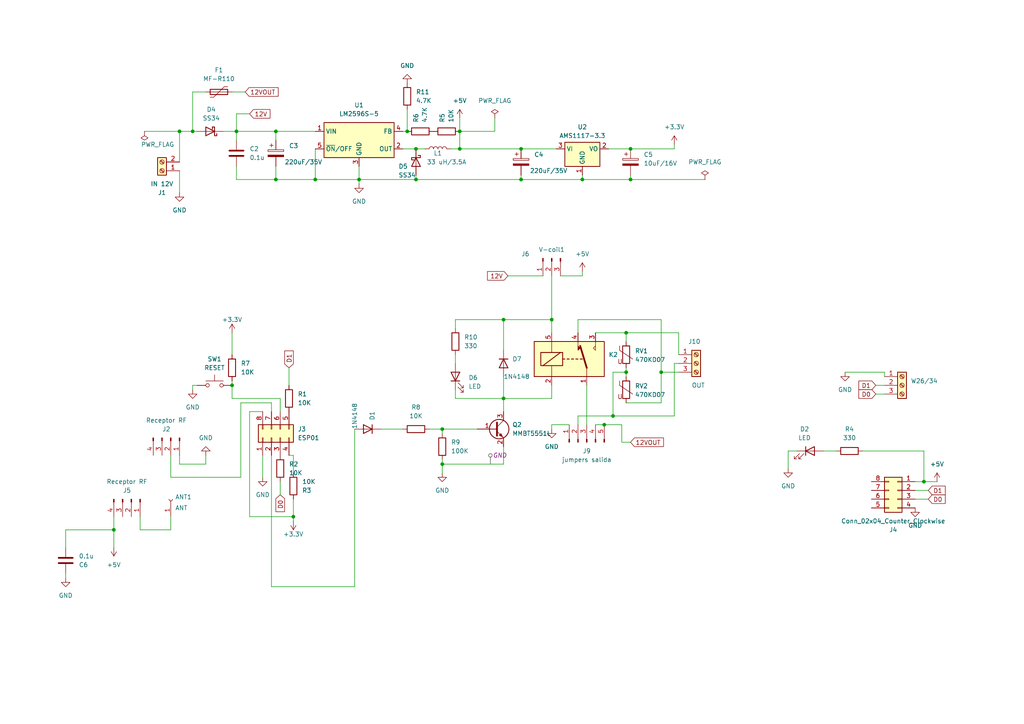
<source format=kicad_sch>
(kicad_sch (version 20230121) (generator eeschema)
  (paper "A4")
  (lib_symbols
    (symbol "Connector:Conn_01x01_Socket" (pin_names (offset 1.016) hide)
      (property "Reference" "J" (at 0 2.54 0))
      (property "Value" "Conn_01x01_Socket" (at 0 -2.54 0))
      (symbol "Conn_01x01_Socket_1_1"
        (polyline (pts (xy -1.27 0) (xy -0.508 0)) (stroke (width 0.1524)))
        (arc (start 0 0.508) (mid -0.5058 0) (end 0 -0.508) (stroke (width 0.1524)))
        (pin passive line (at -5.08 0 0) (length 3.81) (name "Pin_1") (number "1"))
      )
    )
    (symbol "Connector:Conn_01x03_Pin" (pin_names (offset 1.016) hide)
      (property "Reference" "J" (at 0 5.08 0))
      (property "Value" "Conn_01x03_Pin" (at 0 -5.08 0))
      (symbol "Conn_01x03_Pin_1_1"
        (polyline (pts (xy 1.27 -2.54) (xy 0.8636 -2.54)) (stroke (width 0.1524)))
        (polyline (pts (xy 1.27 0) (xy 0.8636 0)) (stroke (width 0.1524)))
        (polyline (pts (xy 1.27 2.54) (xy 0.8636 2.54)) (stroke (width 0.1524)))
        (rectangle (start 0.8636 -2.413) (end 0 -2.667) (stroke (width 0.1524)) (fill (type outline)))
        (rectangle (start 0.8636 0.127) (end 0 -0.127) (stroke (width 0.1524)) (fill (type outline)))
        (rectangle (start 0.8636 2.667) (end 0 2.413) (stroke (width 0.1524)) (fill (type outline)))
        (pin passive line (at 5.08 2.54 180) (length 3.81) (name "Pin_1") (number "1"))
        (pin passive line (at 5.08 0 180) (length 3.81) (name "Pin_2") (number "2"))
        (pin passive line (at 5.08 -2.54 180) (length 3.81) (name "Pin_3") (number "3"))
      )
    )
    (symbol "Connector:Conn_01x04_Pin" (pin_names (offset 1.016) hide)
      (property "Reference" "J" (at 0 5.08 0))
      (property "Value" "Conn_01x04_Pin" (at 0 -7.62 0))
      (symbol "Conn_01x04_Pin_1_1"
        (polyline (pts (xy 1.27 -5.08) (xy 0.8636 -5.08)) (stroke (width 0.1524)))
        (polyline (pts (xy 1.27 -2.54) (xy 0.8636 -2.54)) (stroke (width 0.1524)))
        (polyline (pts (xy 1.27 0) (xy 0.8636 0)) (stroke (width 0.1524)))
        (polyline (pts (xy 1.27 2.54) (xy 0.8636 2.54)) (stroke (width 0.1524)))
        (rectangle (start 0.8636 -4.953) (end 0 -5.207) (stroke (width 0.1524)) (fill (type outline)))
        (rectangle (start 0.8636 -2.413) (end 0 -2.667) (stroke (width 0.1524)) (fill (type outline)))
        (rectangle (start 0.8636 0.127) (end 0 -0.127) (stroke (width 0.1524)) (fill (type outline)))
        (rectangle (start 0.8636 2.667) (end 0 2.413) (stroke (width 0.1524)) (fill (type outline)))
        (pin passive line (at 5.08 2.54 180) (length 3.81) (name "Pin_1") (number "1"))
        (pin passive line (at 5.08 0 180) (length 3.81) (name "Pin_2") (number "2"))
        (pin passive line (at 5.08 -2.54 180) (length 3.81) (name "Pin_3") (number "3"))
        (pin passive line (at 5.08 -5.08 180) (length 3.81) (name "Pin_4") (number "4"))
      )
    )
    (symbol "Connector:Conn_01x05_Pin" (pin_names (offset 1.016) hide)
      (property "Reference" "J" (at 0 7.62 0))
      (property "Value" "Conn_01x05_Pin" (at 0 -7.62 0))
      (symbol "Conn_01x05_Pin_1_1"
        (polyline (pts (xy 1.27 -5.08) (xy 0.8636 -5.08)) (stroke (width 0.1524)))
        (polyline (pts (xy 1.27 -2.54) (xy 0.8636 -2.54)) (stroke (width 0.1524)))
        (polyline (pts (xy 1.27 0) (xy 0.8636 0)) (stroke (width 0.1524)))
        (polyline (pts (xy 1.27 2.54) (xy 0.8636 2.54)) (stroke (width 0.1524)))
        (polyline (pts (xy 1.27 5.08) (xy 0.8636 5.08)) (stroke (width 0.1524)))
        (rectangle (start 0.8636 -4.953) (end 0 -5.207) (stroke (width 0.1524)) (fill (type outline)))
        (rectangle (start 0.8636 -2.413) (end 0 -2.667) (stroke (width 0.1524)) (fill (type outline)))
        (rectangle (start 0.8636 0.127) (end 0 -0.127) (stroke (width 0.1524)) (fill (type outline)))
        (rectangle (start 0.8636 2.667) (end 0 2.413) (stroke (width 0.1524)) (fill (type outline)))
        (rectangle (start 0.8636 5.207) (end 0 4.953) (stroke (width 0.1524)) (fill (type outline)))
        (pin passive line (at 5.08 5.08 180) (length 3.81) (name "Pin_1") (number "1"))
        (pin passive line (at 5.08 2.54 180) (length 3.81) (name "Pin_2") (number "2"))
        (pin passive line (at 5.08 0 180) (length 3.81) (name "Pin_3") (number "3"))
        (pin passive line (at 5.08 -2.54 180) (length 3.81) (name "Pin_4") (number "4"))
        (pin passive line (at 5.08 -5.08 180) (length 3.81) (name "Pin_5") (number "5"))
      )
    )
    (symbol "Connector:Screw_Terminal_01x02" (pin_names (offset 1.016) hide)
      (property "Reference" "J" (at 0 2.54 0))
      (property "Value" "Screw_Terminal_01x02" (at 0 -5.08 0))
      (symbol "Screw_Terminal_01x02_1_1"
        (rectangle (start -1.27 1.27) (end 1.27 -3.81) (stroke (width 0.254)) (fill (type background)))
        (circle (center 0 -2.54) (radius 0.635) (stroke (width 0.1524)))
        (polyline (pts (xy -0.5334 -2.2098) (xy 0.3302 -3.048)) (stroke (width 0.1524)))
        (polyline (pts (xy -0.5334 0.3302) (xy 0.3302 -0.508)) (stroke (width 0.1524)))
        (polyline (pts (xy -0.3556 -2.032) (xy 0.508 -2.8702)) (stroke (width 0.1524)))
        (polyline (pts (xy -0.3556 0.508) (xy 0.508 -0.3302)) (stroke (width 0.1524)))
        (circle (center 0 0) (radius 0.635) (stroke (width 0.1524)))
        (pin passive line (at -5.08 0 0) (length 3.81) (name "Pin_1") (number "1"))
        (pin passive line (at -5.08 -2.54 0) (length 3.81) (name "Pin_2") (number "2"))
      )
    )
    (symbol "Connector:Screw_Terminal_01x03" (pin_names (offset 1.016) hide)
      (property "Reference" "J" (at 0 5.08 0))
      (property "Value" "Screw_Terminal_01x03" (at 0 -5.08 0))
      (symbol "Screw_Terminal_01x03_1_1"
        (rectangle (start -1.27 3.81) (end 1.27 -3.81) (stroke (width 0.254)) (fill (type background)))
        (circle (center 0 -2.54) (radius 0.635) (stroke (width 0.1524)))
        (polyline (pts (xy -0.5334 -2.2098) (xy 0.3302 -3.048)) (stroke (width 0.1524)))
        (polyline (pts (xy -0.5334 0.3302) (xy 0.3302 -0.508)) (stroke (width 0.1524)))
        (polyline (pts (xy -0.5334 2.8702) (xy 0.3302 2.032)) (stroke (width 0.1524)))
        (polyline (pts (xy -0.3556 -2.032) (xy 0.508 -2.8702)) (stroke (width 0.1524)))
        (polyline (pts (xy -0.3556 0.508) (xy 0.508 -0.3302)) (stroke (width 0.1524)))
        (polyline (pts (xy -0.3556 3.048) (xy 0.508 2.2098)) (stroke (width 0.1524)))
        (circle (center 0 0) (radius 0.635) (stroke (width 0.1524)))
        (circle (center 0 2.54) (radius 0.635) (stroke (width 0.1524)))
        (pin passive line (at -5.08 2.54 0) (length 3.81) (name "Pin_1") (number "1"))
        (pin passive line (at -5.08 0 0) (length 3.81) (name "Pin_2") (number "2"))
        (pin passive line (at -5.08 -2.54 0) (length 3.81) (name "Pin_3") (number "3"))
      )
    )
    (symbol "Connector_Generic:Conn_02x04_Counter_Clockwise" (pin_names (offset 1.016) hide)
      (property "Reference" "J" (at 1.27 5.08 0))
      (property "Value" "Conn_02x04_Counter_Clockwise" (at 1.27 -7.62 0))
      (symbol "Conn_02x04_Counter_Clockwise_1_1"
        (rectangle (start -1.27 -4.953) (end 0 -5.207) (stroke (width 0.1524)))
        (rectangle (start -1.27 -2.413) (end 0 -2.667) (stroke (width 0.1524)))
        (rectangle (start -1.27 0.127) (end 0 -0.127) (stroke (width 0.1524)))
        (rectangle (start -1.27 2.667) (end 0 2.413) (stroke (width 0.1524)))
        (rectangle (start -1.27 3.81) (end 3.81 -6.35) (stroke (width 0.254)) (fill (type background)))
        (rectangle (start 3.81 -4.953) (end 2.54 -5.207) (stroke (width 0.1524)))
        (rectangle (start 3.81 -2.413) (end 2.54 -2.667) (stroke (width 0.1524)))
        (rectangle (start 3.81 0.127) (end 2.54 -0.127) (stroke (width 0.1524)))
        (rectangle (start 3.81 2.667) (end 2.54 2.413) (stroke (width 0.1524)))
        (pin passive line (at -5.08 2.54 0) (length 3.81) (name "Pin_1") (number "1"))
        (pin passive line (at -5.08 0 0) (length 3.81) (name "Pin_2") (number "2"))
        (pin passive line (at -5.08 -2.54 0) (length 3.81) (name "Pin_3") (number "3"))
        (pin passive line (at -5.08 -5.08 0) (length 3.81) (name "Pin_4") (number "4"))
        (pin passive line (at 7.62 -5.08 180) (length 3.81) (name "Pin_5") (number "5"))
        (pin passive line (at 7.62 -2.54 180) (length 3.81) (name "Pin_6") (number "6"))
        (pin passive line (at 7.62 0 180) (length 3.81) (name "Pin_7") (number "7"))
        (pin passive line (at 7.62 2.54 180) (length 3.81) (name "Pin_8") (number "8"))
      )
    )
    (symbol "Device:C" (pin_numbers hide) (pin_names (offset 0.254))
      (property "Reference" "C" (at 0.635 2.54 0))
      (property "Value" "C" (at 0.635 -2.54 0))
      (symbol "C_0_1"
        (polyline (pts (xy -2.032 -0.762) (xy 2.032 -0.762)) (stroke (width 0.508)))
        (polyline (pts (xy -2.032 0.762) (xy 2.032 0.762)) (stroke (width 0.508)))
      )
      (symbol "C_1_1"
        (pin passive line (at 0 3.81 270) (length 2.794) (name "~") (number "1"))
        (pin passive line (at 0 -3.81 90) (length 2.794) (name "~") (number "2"))
      )
    )
    (symbol "Device:C_Polarized" (pin_numbers hide) (pin_names (offset 0.254))
      (property "Reference" "C" (at 0.635 2.54 0))
      (property "Value" "C_Polarized" (at 0.635 -2.54 0))
      (symbol "C_Polarized_0_1"
        (rectangle (start -2.286 0.508) (end 2.286 1.016))
        (polyline (pts (xy -1.778 2.286) (xy -0.762 2.286)))
        (polyline (pts (xy -1.27 2.794) (xy -1.27 1.778)))
        (rectangle (start 2.286 -0.508) (end -2.286 -1.016) (fill (type outline)))
      )
      (symbol "C_Polarized_1_1"
        (pin passive line (at 0 3.81 270) (length 2.794) (name "~") (number "1"))
        (pin passive line (at 0 -3.81 90) (length 2.794) (name "~") (number "2"))
      )
    )
    (symbol "Device:D_Schottky" (pin_numbers hide) (pin_names (offset 1.016) hide)
      (property "Reference" "D" (at 0 2.54 0))
      (property "Value" "D_Schottky" (at 0 -2.54 0))
      (symbol "D_Schottky_0_1"
        (polyline (pts (xy 1.27 0) (xy -1.27 0)))
        (polyline (pts (xy 1.27 1.27) (xy 1.27 -1.27) (xy -1.27 0) (xy 1.27 1.27)) (stroke (width 0.254)))
        (polyline (pts (xy -1.905 0.635) (xy -1.905 1.27) (xy -1.27 1.27) (xy -1.27 -1.27) (xy -0.635 -1.27) (xy -0.635 -0.635)) (stroke (width 0.254)))
      )
      (symbol "D_Schottky_1_1"
        (pin passive line (at -3.81 0 0) (length 2.54) (name "K") (number "1"))
        (pin passive line (at 3.81 0 180) (length 2.54) (name "A") (number "2"))
      )
    )
    (symbol "Device:L" (pin_numbers hide) (pin_names (offset 1.016) hide)
      (property "Reference" "L" (at -1.27 0 90))
      (property "Value" "L" (at 1.905 0 90))
      (symbol "L_0_1"
        (arc (start 0 -2.54) (mid 0.6323 -1.905) (end 0 -1.27))
        (arc (start 0 -1.27) (mid 0.6323 -0.635) (end 0 0))
        (arc (start 0 0) (mid 0.6323 0.635) (end 0 1.27))
        (arc (start 0 1.27) (mid 0.6323 1.905) (end 0 2.54))
      )
      (symbol "L_1_1"
        (pin passive line (at 0 3.81 270) (length 1.27) (name "1") (number "1"))
        (pin passive line (at 0 -3.81 90) (length 1.27) (name "2") (number "2"))
      )
    )
    (symbol "Device:LED" (pin_numbers hide) (pin_names (offset 1.016) hide)
      (property "Reference" "D" (at 0 2.54 0))
      (property "Value" "LED" (at 0 -2.54 0))
      (symbol "LED_0_1"
        (polyline (pts (xy -1.27 -1.27) (xy -1.27 1.27)) (stroke (width 0.254)))
        (polyline (pts (xy -1.27 0) (xy 1.27 0)))
        (polyline (pts (xy 1.27 -1.27) (xy 1.27 1.27) (xy -1.27 0) (xy 1.27 -1.27)) (stroke (width 0.254)))
        (polyline (pts (xy -3.048 -0.762) (xy -4.572 -2.286) (xy -3.81 -2.286) (xy -4.572 -2.286) (xy -4.572 -1.524)))
        (polyline (pts (xy -1.778 -0.762) (xy -3.302 -2.286) (xy -2.54 -2.286) (xy -3.302 -2.286) (xy -3.302 -1.524)))
      )
      (symbol "LED_1_1"
        (pin passive line (at -3.81 0 0) (length 2.54) (name "K") (number "1"))
        (pin passive line (at 3.81 0 180) (length 2.54) (name "A") (number "2"))
      )
    )
    (symbol "Device:Polyfuse" (pin_numbers hide) (pin_names (offset 0))
      (property "Reference" "F" (at -2.54 0 90))
      (property "Value" "Polyfuse" (at 2.54 0 90))
      (symbol "Polyfuse_0_1"
        (rectangle (start -0.762 2.54) (end 0.762 -2.54) (stroke (width 0.254)))
        (polyline (pts (xy 0 2.54) (xy 0 -2.54)))
        (polyline (pts (xy -1.524 2.54) (xy -1.524 1.524) (xy 1.524 -1.524) (xy 1.524 -2.54)))
      )
      (symbol "Polyfuse_1_1"
        (pin passive line (at 0 3.81 270) (length 1.27) (name "~") (number "1"))
        (pin passive line (at 0 -3.81 90) (length 1.27) (name "~") (number "2"))
      )
    )
    (symbol "Device:R" (pin_numbers hide) (pin_names (offset 0))
      (property "Reference" "R" (at 2.032 0 90))
      (property "Value" "R" (at 0 0 90))
      (symbol "R_0_1"
        (rectangle (start -1.016 -2.54) (end 1.016 2.54) (stroke (width 0.254)))
      )
      (symbol "R_1_1"
        (pin passive line (at 0 3.81 270) (length 1.27) (name "~") (number "1"))
        (pin passive line (at 0 -3.81 90) (length 1.27) (name "~") (number "2"))
      )
    )
    (symbol "Device:Varistor" (pin_numbers hide) (pin_names (offset 0))
      (property "Reference" "RV" (at 3.175 0 90))
      (property "Value" "Varistor" (at -3.175 0 90))
      (symbol "Varistor_0_0"
        (text "U" (at -1.778 -2.032 0) (effects (font (size 1.27 1.27))))
      )
      (symbol "Varistor_0_1"
        (rectangle (start -1.016 -2.54) (end 1.016 2.54) (stroke (width 0.254)))
        (polyline (pts (xy -1.905 2.54) (xy -1.905 1.27) (xy 1.905 -1.27)))
      )
      (symbol "Varistor_1_1"
        (pin passive line (at 0 3.81 270) (length 1.27) (name "~") (number "1"))
        (pin passive line (at 0 -3.81 90) (length 1.27) (name "~") (number "2"))
      )
    )
    (symbol "Diode:1N4148" (pin_numbers hide) (pin_names hide)
      (property "Reference" "D" (at 0 2.54 0))
      (property "Value" "1N4148" (at 0 -2.54 0))
      (symbol "1N4148_0_1"
        (polyline (pts (xy -1.27 1.27) (xy -1.27 -1.27)) (stroke (width 0.254)))
        (polyline (pts (xy 1.27 0) (xy -1.27 0)))
        (polyline (pts (xy 1.27 1.27) (xy 1.27 -1.27) (xy -1.27 0) (xy 1.27 1.27)) (stroke (width 0.254)))
      )
      (symbol "1N4148_1_1"
        (pin passive line (at -3.81 0 0) (length 2.54) (name "K") (number "1"))
        (pin passive line (at 3.81 0 180) (length 2.54) (name "A") (number "2"))
      )
    )
    (symbol "Regulator_Linear:AMS1117-3.3"
      (property "Reference" "U" (at -3.81 3.175 0))
      (property "Value" "AMS1117-3.3" (at 0 3.175 0))
      (symbol "AMS1117-3.3_0_1"
        (rectangle (start -5.08 -5.08) (end 5.08 1.905) (stroke (width 0.254)) (fill (type background)))
      )
      (symbol "AMS1117-3.3_1_1"
        (pin power_in line (at 0 -7.62 90) (length 2.54) (name "GND") (number "1"))
        (pin power_out line (at 7.62 0 180) (length 2.54) (name "VO") (number "2"))
        (pin power_in line (at -7.62 0 0) (length 2.54) (name "VI") (number "3"))
      )
    )
    (symbol "Regulator_Switching:LM2596S-5"
      (property "Reference" "U" (at -10.16 6.35 0))
      (property "Value" "LM2596S-5" (at 0 6.35 0))
      (symbol "LM2596S-5_0_1"
        (rectangle (start -10.16 5.08) (end 10.16 -5.08) (stroke (width 0.254)) (fill (type background)))
      )
      (symbol "LM2596S-5_1_1"
        (pin power_in line (at -12.7 2.54 0) (length 2.54) (name "VIN") (number "1"))
        (pin output line (at 12.7 -2.54 180) (length 2.54) (name "OUT") (number "2"))
        (pin power_in line (at 0 -7.62 90) (length 2.54) (name "GND") (number "3"))
        (pin input line (at 12.7 2.54 180) (length 2.54) (name "FB") (number "4"))
        (pin input line (at -12.7 -2.54 0) (length 2.54) (name "~{ON}/OFF") (number "5"))
      )
    )
    (symbol "Relay:SANYOU_SRD_Form_C"
      (property "Reference" "K" (at 11.43 3.81 0))
      (property "Value" "SANYOU_SRD_Form_C" (at 11.43 1.27 0))
      (symbol "SANYOU_SRD_Form_C_0_0"
        (polyline (pts (xy 7.62 5.08) (xy 7.62 2.54) (xy 6.985 3.175) (xy 7.62 3.81)))
      )
      (symbol "SANYOU_SRD_Form_C_0_1"
        (rectangle (start -10.16 5.08) (end 10.16 -5.08) (stroke (width 0.254)) (fill (type background)))
        (rectangle (start -8.255 1.905) (end -1.905 -1.905) (stroke (width 0.254)))
        (polyline (pts (xy -7.62 -1.905) (xy -2.54 1.905)) (stroke (width 0.254)))
        (polyline (pts (xy -5.08 -5.08) (xy -5.08 -1.905)))
        (polyline (pts (xy -5.08 5.08) (xy -5.08 1.905)))
        (polyline (pts (xy -1.905 0) (xy -1.27 0)) (stroke (width 0.254)))
        (polyline (pts (xy -0.635 0) (xy 0 0)) (stroke (width 0.254)))
        (polyline (pts (xy 0.635 0) (xy 1.27 0)) (stroke (width 0.254)))
        (polyline (pts (xy 1.905 0) (xy 2.54 0)) (stroke (width 0.254)))
        (polyline (pts (xy 3.175 0) (xy 3.81 0)) (stroke (width 0.254)))
        (polyline (pts (xy 5.08 -2.54) (xy 3.175 3.81)) (stroke (width 0.508)))
        (polyline (pts (xy 5.08 -2.54) (xy 5.08 -5.08)))
      )
      (symbol "SANYOU_SRD_Form_C_1_1"
        (polyline (pts (xy 2.54 3.81) (xy 3.175 3.175) (xy 2.54 2.54) (xy 2.54 5.08)) (fill (type outline)))
        (pin passive line (at 5.08 -7.62 90) (length 2.54) (name "~") (number "1"))
        (pin passive line (at -5.08 -7.62 90) (length 2.54) (name "~") (number "2"))
        (pin passive line (at 7.62 7.62 270) (length 2.54) (name "~") (number "3"))
        (pin passive line (at 2.54 7.62 270) (length 2.54) (name "~") (number "4"))
        (pin passive line (at -5.08 7.62 270) (length 2.54) (name "~") (number "5"))
      )
    )
    (symbol "Switch:SW_Omron_B3FS" (pin_numbers hide) (pin_names (offset 1.016) hide)
      (property "Reference" "SW" (at 1.27 2.54 0))
      (property "Value" "SW_Omron_B3FS" (at 0 -1.524 0))
      (symbol "SW_Omron_B3FS_0_1"
        (circle (center -2.032 0) (radius 0.508))
        (polyline (pts (xy 0 1.27) (xy 0 3.048)))
        (polyline (pts (xy 2.54 1.27) (xy -2.54 1.27)))
        (circle (center 2.032 0) (radius 0.508))
        (pin passive line (at -5.08 0 0) (length 2.54) (name "1") (number "1"))
        (pin passive line (at 5.08 0 180) (length 2.54) (name "2") (number "2"))
      )
    )
    (symbol "Transistor_BJT:MMBT5551L" (pin_names (offset 0) hide)
      (property "Reference" "Q" (at 5.08 1.905 0))
      (property "Value" "MMBT5551L" (at 5.08 0 0))
      (symbol "MMBT5551L_0_1"
        (polyline (pts (xy 0.635 0.635) (xy 2.54 2.54)))
        (polyline (pts (xy 0.635 -0.635) (xy 2.54 -2.54) (xy 2.54 -2.54)))
        (polyline (pts (xy 0.635 1.905) (xy 0.635 -1.905) (xy 0.635 -1.905)) (stroke (width 0.508)))
        (polyline (pts (xy 1.27 -1.778) (xy 1.778 -1.27) (xy 2.286 -2.286) (xy 1.27 -1.778) (xy 1.27 -1.778)) (fill (type outline)))
        (circle (center 1.27 0) (radius 2.8194) (stroke (width 0.254)))
      )
      (symbol "MMBT5551L_1_1"
        (pin input line (at -5.08 0 0) (length 5.715) (name "B") (number "1"))
        (pin passive line (at 2.54 -5.08 90) (length 2.54) (name "E") (number "2"))
        (pin passive line (at 2.54 5.08 270) (length 2.54) (name "C") (number "3"))
      )
    )
    (symbol "power:+3.3V" (power) (pin_names (offset 0))
      (property "Value" "+3.3V" (at 0 3.556 0))
      (symbol "+3.3V_0_1"
        (polyline (pts (xy -0.762 1.27) (xy 0 2.54)))
        (polyline (pts (xy 0 0) (xy 0 2.54)))
        (polyline (pts (xy 0 2.54) (xy 0.762 1.27)))
      )
      (symbol "+3.3V_1_1"
        (pin power_in line (at 0 0 90) (length 0) hide (name "+3.3V") (number "1"))
      )
    )
    (symbol "power:+5V" (power) (pin_names (offset 0))
      (property "Value" "+5V" (at 0 3.556 0))
      (symbol "+5V_0_1"
        (polyline (pts (xy -0.762 1.27) (xy 0 2.54)))
        (polyline (pts (xy 0 0) (xy 0 2.54)))
        (polyline (pts (xy 0 2.54) (xy 0.762 1.27)))
      )
      (symbol "+5V_1_1"
        (pin power_in line (at 0 0 90) (length 0) hide (name "+5V") (number "1"))
      )
    )
    (symbol "power:GND" (power) (pin_names (offset 0))
      (property "Value" "GND" (at 0 -3.81 0))
      (symbol "GND_0_1"
        (polyline (pts (xy 0 0) (xy 0 -1.27) (xy 1.27 -1.27) (xy 0 -2.54) (xy -1.27 -1.27) (xy 0 -1.27)))
      )
      (symbol "GND_1_1"
        (pin power_in line (at 0 0 270) (length 0) hide (name "GND") (number "1"))
      )
    )
    (symbol "power:PWR_FLAG" (power) (pin_numbers hide) (pin_names (offset 0) hide)
      (property "Value" "PWR_FLAG" (at 0 3.81 0))
      (symbol "PWR_FLAG_0_0"
        (pin power_out line (at 0 0 90) (length 0) (name "pwr") (number "1"))
      )
      (symbol "PWR_FLAG_0_1"
        (polyline (pts (xy 0 0) (xy 0 1.27) (xy -1.016 1.905) (xy 0 2.54) (xy 1.016 1.905) (xy 0 1.27)))
      )
    )
  )
  (junction (at 160.02 92.71))
  (junction (at 68.58 38.1))
  (junction (at 191.77 107.95))
  (junction (at 33.02 153.67))
  (junction (at 118.11 38.1))
  (junction (at 146.05 115.57))
  (junction (at 168.91 52.07))
  (junction (at 267.97 139.7))
  (junction (at 120.65 43.18))
  (junction (at 55.88 38.1))
  (junction (at 182.88 43.18))
  (junction (at 175.26 123.19))
  (junction (at 120.65 52.07))
  (junction (at 146.05 92.71))
  (junction (at 80.01 38.1))
  (junction (at 181.61 107.95))
  (junction (at 85.09 149.86))
  (junction (at 181.61 96.52))
  (junction (at 80.01 52.07))
  (junction (at 133.35 38.1))
  (junction (at 151.13 52.07))
  (junction (at 151.13 43.18))
  (junction (at 52.07 38.1))
  (junction (at 128.27 134.62))
  (junction (at 91.44 52.07))
  (junction (at 177.8 120.65))
  (junction (at 182.88 52.07))
  (junction (at 133.35 43.18))
  (junction (at 67.31 111.76))
  (junction (at 128.27 124.46))
  (junction (at 104.14 52.07))
  (wire (pts (xy 180.34 123.19) (xy 175.26 123.19)))
  (wire (pts (xy 33.02 158.75) (xy 33.02 153.67)))
  (wire (pts (xy 59.69 132.08) (xy 59.69 134.62)))
  (wire (pts (xy 146.05 109.22) (xy 146.05 115.57)))
  (wire (pts (xy 52.07 134.62) (xy 52.07 132.08)))
  (wire (pts (xy 181.61 96.52) (xy 196.85 96.52)))
  (wire (pts (xy 69.85 116.84) (xy 78.74 116.84)))
  (wire (pts (xy 52.07 38.1) (xy 52.07 46.99)))
  (wire (pts (xy 228.6 130.81) (xy 231.14 130.81)))
  (wire (pts (xy 91.44 52.07) (xy 104.14 52.07)))
  (wire (pts (xy 182.88 52.07) (xy 204.47 52.07)))
  (wire (pts (xy 49.53 132.08) (xy 49.53 138.43)))
  (wire (pts (xy 195.58 105.41) (xy 195.58 120.65)))
  (wire (pts (xy 146.05 92.71) (xy 160.02 92.71)))
  (wire (pts (xy 80.01 52.07) (xy 91.44 52.07)))
  (wire (pts (xy 168.91 80.01) (xy 168.91 78.74)))
  (wire (pts (xy 76.2 119.38) (xy 72.39 119.38)))
  (wire (pts (xy 191.77 107.95) (xy 191.77 92.71)))
  (wire (pts (xy 228.6 135.89) (xy 228.6 130.81)))
  (wire (pts (xy 160.02 80.01) (xy 160.02 92.71)))
  (wire (pts (xy 133.35 43.18) (xy 130.81 43.18)))
  (wire (pts (xy 85.09 151.13) (xy 85.09 149.86)))
  (wire (pts (xy 133.35 34.29) (xy 133.35 38.1)))
  (wire (pts (xy 49.53 149.86) (xy 49.53 153.67)))
  (wire (pts (xy 102.87 170.18) (xy 102.87 124.46)))
  (wire (pts (xy 254 111.76) (xy 256.54 111.76)))
  (wire (pts (xy 151.13 52.07) (xy 168.91 52.07)))
  (wire (pts (xy 170.18 111.76) (xy 170.18 123.19)))
  (wire (pts (xy 64.77 38.1) (xy 68.58 38.1)))
  (wire (pts (xy 78.74 116.84) (xy 78.74 119.38)))
  (wire (pts (xy 132.08 113.03) (xy 132.08 115.57)))
  (wire (pts (xy 52.07 49.53) (xy 52.07 55.88)))
  (wire (pts (xy 256.54 107.95) (xy 256.54 109.22)))
  (wire (pts (xy 80.01 40.64) (xy 80.01 38.1)))
  (wire (pts (xy 132.08 95.25) (xy 132.08 92.71)))
  (wire (pts (xy 133.35 43.18) (xy 151.13 43.18)))
  (wire (pts (xy 181.61 107.95) (xy 181.61 109.22)))
  (wire (pts (xy 59.69 134.62) (xy 52.07 134.62)))
  (wire (pts (xy 172.72 123.19) (xy 175.26 123.19)))
  (wire (pts (xy 181.61 116.84) (xy 191.77 116.84)))
  (wire (pts (xy 72.39 149.86) (xy 85.09 149.86)))
  (wire (pts (xy 195.58 41.91) (xy 195.58 43.18)))
  (wire (pts (xy 195.58 43.18) (xy 182.88 43.18)))
  (wire (pts (xy 177.8 107.95) (xy 181.61 107.95)))
  (wire (pts (xy 267.97 139.7) (xy 271.78 139.7)))
  (wire (pts (xy 59.69 26.67) (xy 55.88 26.67)))
  (wire (pts (xy 104.14 48.26) (xy 104.14 52.07)))
  (wire (pts (xy 81.28 139.7) (xy 81.28 143.51)))
  (wire (pts (xy 146.05 101.6) (xy 146.05 92.71)))
  (wire (pts (xy 168.91 50.8) (xy 168.91 52.07)))
  (wire (pts (xy 265.43 144.78) (xy 269.24 144.78)))
  (wire (pts (xy 177.8 120.65) (xy 177.8 107.95)))
  (wire (pts (xy 146.05 115.57) (xy 160.02 115.57)))
  (wire (pts (xy 180.34 128.27) (xy 182.88 128.27)))
  (wire (pts (xy 238.76 130.81) (xy 242.57 130.81)))
  (wire (pts (xy 85.09 137.16) (xy 85.09 132.08)))
  (wire (pts (xy 19.05 166.37) (xy 19.05 167.64)))
  (wire (pts (xy 265.43 139.7) (xy 267.97 139.7)))
  (wire (pts (xy 72.39 119.38) (xy 72.39 149.86)))
  (wire (pts (xy 191.77 107.95) (xy 191.77 116.84)))
  (wire (pts (xy 52.07 38.1) (xy 41.91 38.1)))
  (wire (pts (xy 72.39 33.02) (xy 68.58 33.02)))
  (wire (pts (xy 172.72 96.52) (xy 181.61 96.52)))
  (wire (pts (xy 181.61 106.68) (xy 181.61 107.95)))
  (wire (pts (xy 120.65 52.07) (xy 104.14 52.07)))
  (wire (pts (xy 81.28 115.57) (xy 81.28 119.38)))
  (wire (pts (xy 160.02 111.76) (xy 160.02 115.57)))
  (wire (pts (xy 68.58 40.64) (xy 68.58 38.1)))
  (wire (pts (xy 116.84 38.1) (xy 118.11 38.1)))
  (wire (pts (xy 71.12 26.67) (xy 67.31 26.67)))
  (wire (pts (xy 245.11 107.95) (xy 256.54 107.95)))
  (wire (pts (xy 151.13 50.8) (xy 151.13 52.07)))
  (wire (pts (xy 85.09 132.08) (xy 83.82 132.08)))
  (wire (pts (xy 146.05 134.62) (xy 128.27 134.62)))
  (wire (pts (xy 128.27 133.35) (xy 128.27 134.62)))
  (wire (pts (xy 182.88 50.8) (xy 182.88 52.07)))
  (wire (pts (xy 143.51 38.1) (xy 133.35 38.1)))
  (wire (pts (xy 133.35 38.1) (xy 133.35 43.18)))
  (wire (pts (xy 160.02 123.19) (xy 165.1 123.19)))
  (wire (pts (xy 124.46 124.46) (xy 128.27 124.46)))
  (wire (pts (xy 110.49 124.46) (xy 116.84 124.46)))
  (wire (pts (xy 181.61 96.52) (xy 181.61 99.06)))
  (wire (pts (xy 55.88 26.67) (xy 55.88 38.1)))
  (wire (pts (xy 167.64 96.52) (xy 167.64 92.71)))
  (wire (pts (xy 132.08 102.87) (xy 132.08 105.41)))
  (wire (pts (xy 195.58 105.41) (xy 196.85 105.41)))
  (wire (pts (xy 146.05 129.54) (xy 146.05 134.62)))
  (wire (pts (xy 55.88 111.76) (xy 57.15 111.76)))
  (wire (pts (xy 83.82 106.68) (xy 83.82 111.76)))
  (wire (pts (xy 265.43 142.24) (xy 269.24 142.24)))
  (wire (pts (xy 68.58 38.1) (xy 80.01 38.1)))
  (wire (pts (xy 146.05 115.57) (xy 146.05 119.38)))
  (wire (pts (xy 167.64 120.65) (xy 177.8 120.65)))
  (wire (pts (xy 143.51 34.29) (xy 143.51 38.1)))
  (wire (pts (xy 78.74 132.08) (xy 78.74 170.18)))
  (wire (pts (xy 81.28 115.57) (xy 67.31 115.57)))
  (wire (pts (xy 176.53 43.18) (xy 182.88 43.18)))
  (wire (pts (xy 19.05 153.67) (xy 19.05 158.75)))
  (wire (pts (xy 55.88 38.1) (xy 57.15 38.1)))
  (wire (pts (xy 182.88 52.07) (xy 168.91 52.07)))
  (wire (pts (xy 120.65 52.07) (xy 151.13 52.07)))
  (wire (pts (xy 80.01 38.1) (xy 91.44 38.1)))
  (wire (pts (xy 147.32 80.01) (xy 157.48 80.01)))
  (wire (pts (xy 76.2 132.08) (xy 76.2 138.43)))
  (wire (pts (xy 160.02 124.46) (xy 160.02 123.19)))
  (wire (pts (xy 116.84 43.18) (xy 120.65 43.18)))
  (wire (pts (xy 196.85 102.87) (xy 196.85 96.52)))
  (wire (pts (xy 19.05 153.67) (xy 33.02 153.67)))
  (wire (pts (xy 68.58 48.26) (xy 68.58 52.07)))
  (wire (pts (xy 68.58 33.02) (xy 68.58 38.1)))
  (wire (pts (xy 69.85 138.43) (xy 69.85 116.84)))
  (wire (pts (xy 33.02 153.67) (xy 33.02 149.86)))
  (wire (pts (xy 118.11 31.75) (xy 118.11 38.1)))
  (wire (pts (xy 68.58 52.07) (xy 80.01 52.07)))
  (wire (pts (xy 196.85 107.95) (xy 191.77 107.95)))
  (wire (pts (xy 167.64 120.65) (xy 167.64 123.19)))
  (wire (pts (xy 52.07 38.1) (xy 55.88 38.1)))
  (wire (pts (xy 132.08 115.57) (xy 146.05 115.57)))
  (wire (pts (xy 180.34 128.27) (xy 180.34 123.19)))
  (wire (pts (xy 128.27 134.62) (xy 128.27 137.16)))
  (wire (pts (xy 132.08 92.71) (xy 146.05 92.71)))
  (wire (pts (xy 191.77 92.71) (xy 167.64 92.71)))
  (wire (pts (xy 160.02 92.71) (xy 160.02 96.52)))
  (wire (pts (xy 40.64 149.86) (xy 40.64 153.67)))
  (wire (pts (xy 80.01 48.26) (xy 80.01 52.07)))
  (wire (pts (xy 91.44 43.18) (xy 91.44 52.07)))
  (wire (pts (xy 67.31 110.49) (xy 67.31 111.76)))
  (wire (pts (xy 40.64 153.67) (xy 49.53 153.67)))
  (wire (pts (xy 55.88 113.03) (xy 55.88 111.76)))
  (wire (pts (xy 177.8 120.65) (xy 195.58 120.65)))
  (wire (pts (xy 104.14 52.07) (xy 104.14 53.34)))
  (wire (pts (xy 67.31 96.52) (xy 67.31 102.87)))
  (wire (pts (xy 49.53 138.43) (xy 69.85 138.43)))
  (wire (pts (xy 120.65 43.18) (xy 123.19 43.18)))
  (wire (pts (xy 128.27 124.46) (xy 138.43 124.46)))
  (wire (pts (xy 120.65 50.8) (xy 120.65 52.07)))
  (wire (pts (xy 78.74 170.18) (xy 102.87 170.18)))
  (wire (pts (xy 128.27 124.46) (xy 128.27 125.73)))
  (wire (pts (xy 67.31 111.76) (xy 67.31 115.57)))
  (wire (pts (xy 250.19 130.81) (xy 267.97 130.81)))
  (wire (pts (xy 267.97 130.81) (xy 267.97 139.7)))
  (wire (pts (xy 85.09 149.86) (xy 85.09 144.78)))
  (wire (pts (xy 162.56 80.01) (xy 168.91 80.01)))
  (wire (pts (xy 151.13 43.18) (xy 161.29 43.18)))
  (wire (pts (xy 254 114.3) (xy 256.54 114.3)))
  (global_label "12V" (shape input) (at 72.39 33.02 0) (property "Intersheetrefs" "${INTERSHEET_REFS}" (effects hide)))
  (global_label "D0" (shape input) (at 254 114.3 180) (property "Intersheetrefs" "${INTERSHEET_REFS}" (effects hide)))
  (global_label "D0" (shape input) (at 269.24 144.78 0) (property "Intersheetrefs" "${INTERSHEET_REFS}" (effects hide)))
  (global_label "D1" (shape input) (at 269.24 142.24 0) (property "Intersheetrefs" "${INTERSHEET_REFS}" (effects hide)))
  (global_label "D1" (shape input) (at 83.82 106.68 90) (property "Intersheetrefs" "${INTERSHEET_REFS}" (effects hide)))
  (global_label "D0" (shape input) (at 81.28 143.51 270) (property "Intersheetrefs" "${INTERSHEET_REFS}" (effects hide)))
  (global_label "D1" (shape input) (at 254 111.76 180) (property "Intersheetrefs" "${INTERSHEET_REFS}" (effects hide)))
  (global_label "12V" (shape input) (at 147.32 80.01 180) (property "Intersheetrefs" "${INTERSHEET_REFS}" (effects hide)))
  (global_label "12VOUT" (shape input) (at 182.88 128.27 0) (property "Intersheetrefs" "${INTERSHEET_REFS}" (effects hide)))
  (global_label "12VOUT" (shape input) (at 71.12 26.67 0) (property "Intersheetrefs" "${INTERSHEET_REFS}" (effects hide)))
  (netclass_flag "" (length 2.54) (shape round) (at 142.24 134.62 0) (property "Netclass" "GND" (at 142.9385 132.08 0) (effects (font italic) (justify left))))
  (symbol (lib_id "Device:Varistor") (at 181.61 113.03 0) (unit 1)
    (property "Reference" "RV2" (at 184.15 111.9533 0) (effects (justify left)))
    (property "Value" "470KD07" (at 184.15 114.4933 0) (effects (justify left)))
    (property "Footprint" "Varistor:RV_Disc_D7mm_W4.9mm_P5mm" (effects hide))
    (property "Sim.Name" "kicad_builtin_varistor" (effects hide))
    (property "Sim.Device" "SUBCKT" (effects hide))
    (property "Sim.Pins" "1=A 2=B" (effects hide))
    (property "Sim.Params" "threshold=1k" (effects hide))
    (property "Sim.Library" "${KICAD7_SYMBOL_DIR}/Simulation_SPICE.sp" (effects hide))
  )
  (symbol (lib_id "Device:C_Polarized") (at 182.88 46.99 0) (unit 1)
    (property "Reference" "C5" (at 186.69 44.831 0) (effects (justify left)))
    (property "Value" "10uF/16V" (at 186.69 47.371 0) (effects (justify left)))
    (property "Footprint" "Capacitor_SMD:CP_Elec_4x4.5" (effects hide))
  )
  (symbol (lib_id "power:PWR_FLAG") (at 41.91 38.1 0) (mirror x) (unit 1)
    (property "Reference" "#FLG01" (effects hide))
    (property "Value" "PWR_FLAG" (at 45.72 41.91 0))
  )
  (symbol (lib_id "Device:D_Schottky") (at 60.96 38.1 180) (unit 1)
    (property "Reference" "D4" (at 61.2775 31.75 0))
    (property "Value" "SS34" (at 61.2775 34.29 0))
    (property "Footprint" "Kicad Modelos:SS34B-HF" (effects hide))
  )
  (symbol (lib_id "power:GND") (at 76.2 138.43 0) (unit 1)
    (property "Reference" "#PWR03" (effects hide))
    (property "Value" "GND" (at 76.2 143.51 0))
  )
  (symbol (lib_id "Device:C_Polarized") (at 151.13 46.99 0) (unit 1)
    (property "Reference" "C4" (at 154.94 44.831 0) (effects (justify left)))
    (property "Value" "220uF/35V" (at 153.67 49.53 0) (effects (justify left)))
    (property "Footprint" "Capacitor_SMD:CP_Elec_8x10" (effects hide))
  )
  (symbol (lib_id "power:PWR_FLAG") (at 204.47 52.07 0) (unit 1)
    (property "Reference" "#FLG03" (effects hide))
    (property "Value" "PWR_FLAG" (at 204.47 46.99 0))
  )
  (symbol (lib_id "power:+3.3V") (at 67.31 96.52 0) (unit 1)
    (property "Reference" "#PWR04" (effects hide))
    (property "Value" "+3.3V" (at 67.31 92.71 0))
  )
  (symbol (lib_id "Device:L") (at 127 43.18 90) (unit 1)
    (property "Reference" "L1" (at 127 44.45 90))
    (property "Value" "33 uH/3.5A" (at 129.54 46.99 90))
    (property "Footprint" "Inductor_SMD:L_12x12mm_H8mm" (effects hide))
  )
  (symbol (lib_id "Device:R") (at 132.08 99.06 180) (unit 1)
    (property "Reference" "R10" (at 134.62 97.79 0) (effects (justify right)))
    (property "Value" "330" (at 134.62 100.33 0) (effects (justify right)))
    (property "Footprint" "Resistor_SMD:R_0805_2012Metric_Pad1.20x1.40mm_HandSolder" (effects hide))
  )
  (symbol (lib_id "power:+3.3V") (at 85.09 151.13 0) (mirror x) (unit 1)
    (property "Reference" "#PWR05" (effects hide))
    (property "Value" "+3.3V" (at 85.09 154.94 0))
  )
  (symbol (lib_id "Device:R") (at 83.82 115.57 0) (unit 1)
    (property "Reference" "R1" (at 86.36 114.3 0) (effects (justify left)))
    (property "Value" "10K" (at 86.36 116.84 0) (effects (justify left)))
    (property "Footprint" "Resistor_SMD:R_1206_3216Metric_Pad1.30x1.75mm_HandSolder" (effects hide))
  )
  (symbol (lib_id "Device:LED") (at 234.95 130.81 0) (unit 1)
    (property "Reference" "D2" (at 233.3625 124.46 0))
    (property "Value" "LED" (at 233.3625 127 0))
    (property "Footprint" "LED_THT:LED_D3.0mm" (effects hide))
  )
  (symbol (lib_id "Regulator_Linear:AMS1117-3.3") (at 168.91 43.18 0) (unit 1)
    (property "Reference" "U2" (at 168.91 36.83 0))
    (property "Value" "AMS1117-3.3" (at 168.91 39.37 0))
    (property "Footprint" "Kicad Modelos:TLV1117LV33DCYR" (effects hide))
    (property "Datasheet" "http://www.advanced-monolithic.com/pdf/ds1117.pdf" (effects hide))
  )
  (symbol (lib_id "Device:R") (at 246.38 130.81 90) (unit 1)
    (property "Reference" "R4" (at 246.38 124.46 90))
    (property "Value" "330" (at 246.38 127 90))
    (property "Footprint" "Resistor_SMD:R_1206_3216Metric_Pad1.30x1.75mm_HandSolder" (effects hide))
  )
  (symbol (lib_id "power:GND") (at 104.14 53.34 0) (unit 1)
    (property "Reference" "#PWR012" (effects hide))
    (property "Value" "GND" (at 104.14 58.42 0))
  )
  (symbol (lib_id "Device:Polyfuse") (at 63.5 26.67 90) (unit 1)
    (property "Reference" "F1" (at 63.5 20.32 90))
    (property "Value" "MF-R110" (at 63.5 22.86 90))
    (property "Footprint" "Fuse:Fuse_Bourns_MF-RHT100" (effects hide))
  )
  (symbol (lib_id "Diode:1N4148") (at 106.68 124.46 0) (mirror y) (unit 1)
    (property "Reference" "D1" (at 107.95 121.92 90) (effects (justify left)))
    (property "Value" "1N4148" (at 102.87 124.46 90) (effects (justify left)))
    (property "Footprint" "Diode_SMD:D_1206_3216Metric_Pad1.42x1.75mm_HandSolder" (effects hide))
    (property "Datasheet" "https://assets.nexperia.com/documents/data-sheet/1N4148_1N4448.pdf" (effects hide))
    (property "Sim.Device" "D" (effects hide))
    (property "Sim.Pins" "1=K 2=A" (effects hide))
  )
  (symbol (lib_id "Connector:Conn_01x04_Pin") (at 38.1 144.78 270) (unit 1)
    (property "Reference" "J5" (at 36.83 142.24 90))
    (property "Value" "Receptor RF" (at 36.83 139.7 90))
    (property "Footprint" "Connector_PinSocket_2.54mm:PinSocket_1x04_P2.54mm_Vertical" (effects hide))
  )
  (symbol (lib_id "power:GND") (at 245.11 107.95 0) (unit 1)
    (property "Reference" "#PWR016" (effects hide))
    (property "Value" "GND" (at 245.11 113.03 0))
  )
  (symbol (lib_id "Connector:Screw_Terminal_01x03") (at 201.93 105.41 0) (unit 1)
    (property "Reference" "J10" (at 203.2 99.06 0) (effects (justify right)))
    (property "Value" "OUT" (at 204.47 111.76 0) (effects (justify right)))
    (property "Footprint" "TerminalBlock_Phoenix:TerminalBlock_Phoenix_MKDS-1,5-3_1x03_P5.00mm_Horizontal" (effects hide))
  )
  (symbol (lib_id "power:GND") (at 52.07 55.88 0) (unit 1)
    (property "Reference" "#PWR011" (effects hide))
    (property "Value" "GND" (at 52.07 60.96 0))
  )
  (symbol (lib_id "Connector_Generic:Conn_02x04_Counter_Clockwise") (at 260.35 142.24 0) (mirror y) (unit 1)
    (property "Reference" "J4" (at 259.08 153.67 0))
    (property "Value" "Conn_02x04_Counter_Clockwise" (at 259.08 151.13 0))
    (property "Footprint" "Connector_PinHeader_2.54mm:PinHeader_2x04_P2.54mm_Vertical" (effects hide))
  )
  (symbol (lib_id "power:GND") (at 55.88 113.03 0) (unit 1)
    (property "Reference" "#PWR07" (effects hide))
    (property "Value" "GND" (at 55.88 118.11 0))
  )
  (symbol (lib_id "Connector:Conn_01x03_Pin") (at 160.02 74.93 90) (mirror x) (unit 1)
    (property "Reference" "J6" (at 152.4 73.66 90))
    (property "Value" "V-coil1" (at 160.02 72.39 90))
    (property "Footprint" "Connector_PinHeader_2.54mm:PinHeader_1x03_P2.54mm_Vertical" (effects hide))
  )
  (symbol (lib_id "Device:C") (at 19.05 162.56 0) (mirror x) (unit 1)
    (property "Reference" "C6" (at 22.86 163.83 0) (effects (justify left)))
    (property "Value" "0.1u" (at 22.86 161.29 0) (effects (justify left)))
    (property "Footprint" "Capacitor_SMD:C_1206_3216Metric_Pad1.33x1.80mm_HandSolder" (effects hide))
  )
  (symbol (lib_id "power:GND") (at 59.69 132.08 180) (unit 1)
    (property "Reference" "#PWR01" (effects hide))
    (property "Value" "GND" (at 59.69 127 0))
  )
  (symbol (lib_id "Connector:Conn_01x05_Pin") (at 170.18 128.27 90) (unit 1)
    (property "Reference" "J9" (at 170.18 130.81 90))
    (property "Value" "jumpers salida" (at 170.18 133.35 90))
    (property "Footprint" "Connector_PinHeader_2.54mm:PinHeader_1x05_P2.54mm_Vertical" (effects hide))
  )
  (symbol (lib_id "Device:LED") (at 132.08 109.22 90) (unit 1)
    (property "Reference" "D6" (at 135.89 109.5375 90) (effects (justify right)))
    (property "Value" "LED" (at 135.89 112.0775 90) (effects (justify right)))
    (property "Footprint" "LED_THT:LED_D3.0mm" (effects hide))
  )
  (symbol (lib_id "power:+3.3V") (at 195.58 41.91 0) (unit 1)
    (property "Reference" "#PWR017" (effects hide))
    (property "Value" "+3.3V" (at 195.58 36.83 0))
  )
  (symbol (lib_id "power:GND") (at 265.43 147.32 0) (unit 1)
    (property "Reference" "#PWR014" (effects hide))
    (property "Value" "GND" (at 265.43 152.4 0))
  )
  (symbol (lib_id "Regulator_Switching:LM2596S-5") (at 104.14 40.64 0) (unit 1)
    (property "Reference" "U1" (at 104.14 30.48 0))
    (property "Value" "LM2596S-5" (at 104.14 33.02 0))
    (property "Footprint" "Kicad Modelos:LM2596TVADJG" (effects hide))
    (property "Datasheet" "http://www.ti.com/lit/ds/symlink/lm2596.pdf" (effects hide))
  )
  (symbol (lib_id "Relay:SANYOU_SRD_Form_C") (at 165.1 104.14 0) (unit 1)
    (property "Reference" "K2" (at 176.53 102.87 0) (effects (justify left)))
    (property "Value" "SANYOU_SRD_Form_C" (effects hide))
    (property "Footprint" "Relay_THT:Relay_SPDT_SANYOU_SRD_Series_Form_C" (effects hide))
    (property "Datasheet" "http://www.sanyourelay.ca/public/products/pdf/SRD.pdf" (effects hide))
  )
  (symbol (lib_id "Device:D_Schottky") (at 120.65 46.99 270) (unit 1)
    (property "Reference" "D5" (at 115.57 48.26 90) (effects (justify left)))
    (property "Value" "SS34" (at 115.57 50.8 90) (effects (justify left)))
    (property "Footprint" "Kicad Modelos:SS34B-HF" (effects hide))
  )
  (symbol (lib_id "power:GND") (at 118.11 24.13 180) (unit 1)
    (property "Reference" "#PWR09" (effects hide))
    (property "Value" "GND" (at 118.11 19.05 0))
  )
  (symbol (lib_id "Connector:Screw_Terminal_01x02") (at 46.99 49.53 180) (unit 1)
    (property "Reference" "J1" (at 46.99 55.88 0))
    (property "Value" "IN 12V" (at 46.99 53.34 0))
    (property "Footprint" "TerminalBlock_Phoenix:TerminalBlock_Phoenix_MKDS-1,5-2_1x02_P5.00mm_Horizontal" (effects hide))
  )
  (symbol (lib_id "Device:R") (at 118.11 27.94 0) (unit 1)
    (property "Reference" "R11" (at 120.65 26.67 0) (effects (justify left)))
    (property "Value" "4.7K" (at 120.65 29.21 0) (effects (justify left)))
    (property "Footprint" "Resistor_SMD:R_1206_3216Metric_Pad1.30x1.75mm_HandSolder" (effects hide))
  )
  (symbol (lib_id "power:GND") (at 228.6 135.89 0) (unit 1)
    (property "Reference" "#PWR08" (effects hide))
    (property "Value" "GND" (at 228.6 140.97 0))
  )
  (symbol (lib_id "Device:R") (at 85.09 140.97 0) (mirror x) (unit 1)
    (property "Reference" "R3" (at 87.63 142.24 0) (effects (justify left)))
    (property "Value" "10K" (at 87.63 139.7 0) (effects (justify left)))
    (property "Footprint" "Resistor_SMD:R_1206_3216Metric_Pad1.30x1.75mm_HandSolder" (effects hide))
  )
  (symbol (lib_id "Connector:Conn_01x01_Socket") (at 49.53 144.78 90) (unit 1)
    (property "Reference" "ANT1" (at 50.8 144.145 90) (effects (justify right)))
    (property "Value" "ANT" (at 50.8 147.32 90) (effects (justify right)))
    (property "Footprint" "Connector_PinSocket_2.54mm:PinSocket_1x01_P2.54mm_Vertical" (effects hide))
  )
  (symbol (lib_id "Device:R") (at 129.54 38.1 90) (unit 1)
    (property "Reference" "R5" (at 128.27 35.56 0) (effects (justify left)))
    (property "Value" "10K" (at 130.81 35.56 0) (effects (justify left)))
    (property "Footprint" "Resistor_SMD:R_1206_3216Metric_Pad1.30x1.75mm_HandSolder" (effects hide))
  )
  (symbol (lib_id "Device:R") (at 128.27 129.54 0) (unit 1)
    (property "Reference" "R9" (at 130.81 128.27 0) (effects (justify left)))
    (property "Value" "100K" (at 130.81 130.81 0) (effects (justify left)))
    (property "Footprint" "Resistor_SMD:R_0805_2012Metric_Pad1.20x1.40mm_HandSolder" (effects hide))
  )
  (symbol (lib_id "power:+5V") (at 168.91 78.74 0) (unit 1)
    (property "Reference" "#PWR02" (effects hide))
    (property "Value" "+5V" (at 168.91 73.66 0))
  )
  (symbol (lib_id "power:+5V") (at 133.35 34.29 0) (unit 1)
    (property "Reference" "#PWR013" (effects hide))
    (property "Value" "+5V" (at 133.35 29.21 0))
  )
  (symbol (lib_id "Connector:Conn_01x04_Pin") (at 49.53 127 270) (unit 1)
    (property "Reference" "J2" (at 48.26 124.46 90))
    (property "Value" "Receptor RF" (at 48.26 121.92 90))
    (property "Footprint" "Connector_PinSocket_2.54mm:PinSocket_1x04_P2.54mm_Vertical" (effects hide))
  )
  (symbol (lib_id "Device:R") (at 121.92 38.1 90) (unit 1)
    (property "Reference" "R6" (at 120.65 35.56 0) (effects (justify left)))
    (property "Value" "4.7K" (at 123.19 35.56 0) (effects (justify left)))
    (property "Footprint" "Resistor_SMD:R_1206_3216Metric_Pad1.30x1.75mm_HandSolder" (effects hide))
  )
  (symbol (lib_id "Device:C") (at 68.58 44.45 0) (unit 1)
    (property "Reference" "C2" (at 72.39 43.18 0) (effects (justify left)))
    (property "Value" "0.1u" (at 72.39 45.72 0) (effects (justify left)))
    (property "Footprint" "Capacitor_SMD:C_1206_3216Metric" (effects hide))
  )
  (symbol (lib_id "Transistor_BJT:MMBT5551L") (at 143.51 124.46 0) (unit 1)
    (property "Reference" "Q2" (at 148.59 123.19 0) (effects (justify left)))
    (property "Value" "MMBT5551L" (at 148.59 125.73 0) (effects (justify left)))
    (property "Footprint" "Package_TO_SOT_SMD:SOT-23" (effects hide))
    (property "Datasheet" "www.onsemi.com/pub/Collateral/MMBT5550LT1-D.PDF" (effects hide))
  )
  (symbol (lib_id "Connector_Generic:Conn_02x04_Counter_Clockwise") (at 78.74 127 90) (unit 1)
    (property "Reference" "J3" (at 86.36 124.46 90) (effects (justify right)))
    (property "Value" "ESP01" (at 86.36 127 90) (effects (justify right)))
    (property "Footprint" "Connector_PinHeader_2.54mm:PinHeader_2x04_P2.54mm_Vertical" (effects hide))
  )
  (symbol (lib_id "power:+5V") (at 271.78 139.7 0) (unit 1)
    (property "Reference" "#PWR015" (effects hide))
    (property "Value" "+5V" (at 271.78 134.62 0))
  )
  (symbol (lib_id "power:GND") (at 19.05 167.64 0) (unit 1)
    (property "Reference" "#PWR010" (effects hide))
    (property "Value" "GND" (at 19.05 172.72 0))
  )
  (symbol (lib_id "Device:R") (at 120.65 124.46 90) (unit 1)
    (property "Reference" "R8" (at 120.65 118.11 90))
    (property "Value" "10K" (at 120.65 120.65 90))
    (property "Footprint" "Resistor_SMD:R_0805_2012Metric_Pad1.20x1.40mm_HandSolder" (effects hide))
  )
  (symbol (lib_id "power:GND") (at 128.27 137.16 0) (unit 1)
    (property "Reference" "#PWR018" (effects hide))
    (property "Value" "GND" (at 128.27 142.24 0))
  )
  (symbol (lib_id "Device:R") (at 67.31 106.68 0) (unit 1)
    (property "Reference" "R7" (at 69.85 105.41 0) (effects (justify left)))
    (property "Value" "10K" (at 69.85 107.95 0) (effects (justify left)))
    (property "Footprint" "Resistor_SMD:R_1206_3216Metric_Pad1.30x1.75mm_HandSolder" (effects hide))
  )
  (symbol (lib_id "Device:R") (at 81.28 135.89 0) (unit 1)
    (property "Reference" "R2" (at 83.82 134.62 0) (effects (justify left)))
    (property "Value" "10K" (at 83.82 137.16 0) (effects (justify left)))
    (property "Footprint" "Resistor_SMD:R_1206_3216Metric_Pad1.30x1.75mm_HandSolder" (effects hide))
  )
  (symbol (lib_id "Device:Varistor") (at 181.61 102.87 0) (unit 1)
    (property "Reference" "RV1" (at 184.15 101.7933 0) (effects (justify left)))
    (property "Value" "470KD07" (at 184.15 104.3333 0) (effects (justify left)))
    (property "Footprint" "Varistor:RV_Disc_D7mm_W4.9mm_P5mm" (effects hide))
    (property "Sim.Name" "kicad_builtin_varistor" (effects hide))
    (property "Sim.Device" "SUBCKT" (effects hide))
    (property "Sim.Pins" "1=A 2=B" (effects hide))
    (property "Sim.Params" "threshold=1k" (effects hide))
    (property "Sim.Library" "${KICAD7_SYMBOL_DIR}/Simulation_SPICE.sp" (effects hide))
  )
  (symbol (lib_id "power:GND") (at 160.02 124.46 0) (unit 1)
    (property "Reference" "#PWR019" (effects hide))
    (property "Value" "GND" (at 160.02 129.54 0))
  )
  (symbol (lib_id "power:+5V") (at 33.02 158.75 180) (unit 1)
    (property "Reference" "#PWR021" (effects hide))
    (property "Value" "+5V" (at 33.02 163.83 0))
  )
  (symbol (lib_id "Device:C_Polarized") (at 80.01 44.45 0) (unit 1)
    (property "Reference" "C3" (at 83.82 42.291 0) (effects (justify left)))
    (property "Value" "220uF/35V" (at 82.55 46.99 0) (effects (justify left)))
    (property "Footprint" "Capacitor_SMD:CP_Elec_8x10" (effects hide))
  )
  (symbol (lib_id "Diode:1N4148") (at 146.05 105.41 270) (unit 1)
    (property "Reference" "D7" (at 148.59 104.14 90) (effects (justify left)))
    (property "Value" "1N4148" (at 146.05 109.22 90) (effects (justify left)))
    (property "Footprint" "Diode_SMD:D_SOD-323_HandSoldering" (effects hide))
    (property "Datasheet" "https://assets.nexperia.com/documents/data-sheet/1N4148_1N4448.pdf" (effects hide))
    (property "Sim.Device" "D" (effects hide))
    (property "Sim.Pins" "1=K 2=A" (effects hide))
  )
  (symbol (lib_id "Switch:SW_Omron_B3FS") (at 62.23 111.76 0) (unit 1)
    (property "Reference" "SW1" (at 62.23 104.14 0))
    (property "Value" "RESET" (at 62.23 106.68 0))
    (property "Footprint" "Button_Switch_SMD:SW_Tactile_SPST_NO_Straight_CK_PTS636Sx25SMTRLFS" (effects hide))
    (property "Datasheet" "https://omronfs.omron.com/en_US/ecb/products/pdf/en-b3fs.pdf" (effects hide))
  )
  (symbol (lib_id "Connector:Screw_Terminal_01x03") (at 261.62 111.76 0) (unit 1)
    (property "Reference" "W26/34" (at 264.16 110.49 0) (effects (justify left)))
    (property "Value" "Screw_Terminal_01x03" (effects hide))
    (property "Footprint" "TerminalBlock_Phoenix:TerminalBlock_Phoenix_MKDS-1,5-3_1x03_P5.00mm_Horizontal" (effects hide))
  )
  (symbol (lib_id "power:PWR_FLAG") (at 143.51 34.29 0) (unit 1)
    (property "Reference" "#FLG02" (effects hide))
    (property "Value" "PWR_FLAG" (at 143.51 29.21 0))
  )
)
</source>
